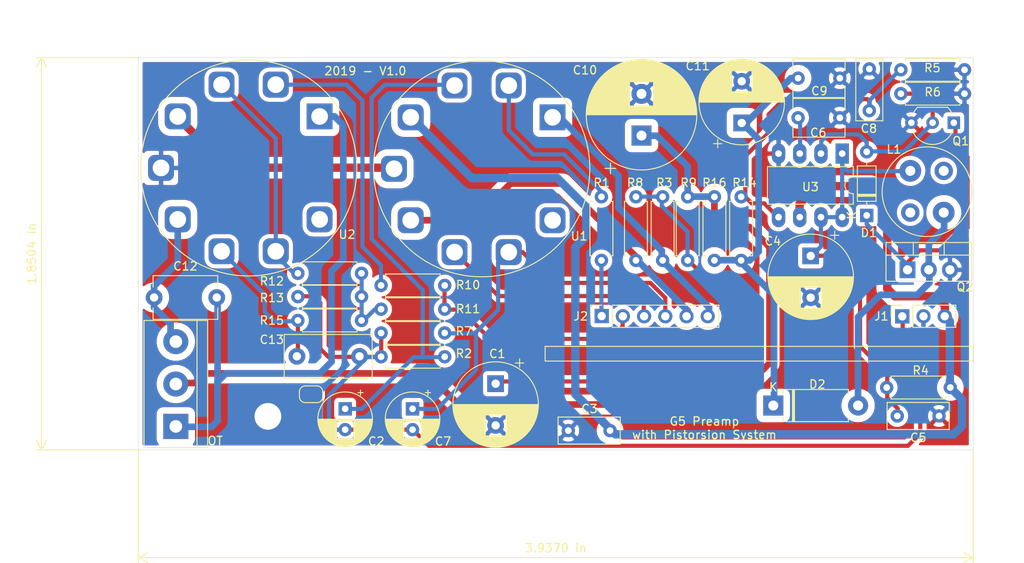
<source format=kicad_pcb>
(kicad_pcb (version 20171130) (host pcbnew "(5.1.0)-1")
  (layers (0 F.Cu signal) (31 B.Cu signal) (34 B.Paste user) (35 F.Paste user) (36 B.SilkS user) (37 F.SilkS user) (38 B.Mask user) (39 F.Mask user) (44 Edge.Cuts user))
  (net 0 "")
  (net 1 "Net-(C1-Pad1)")
  (net 2 GNDS)
  (net 3 "Net-(C2-Pad1)")
  (net 4 /DC_IN)
  (net 5 /PEAK)
  (net 6 "Net-(C6-Pad1)")
  (net 7 "Net-(C8-Pad1)")
  (net 8 /HT2)
  (net 9 "Net-(C13-Pad1)")
  (net 10 "Net-(D1-Pad2)")
  (net 11 "Net-(D1-Pad1)")
  (net 12 /HT1)
  (net 13 "Net-(R1-Pad1)")
  (net 14 "Net-(R10-Pad1)")
  (net 15 "Net-(R11-Pad1)")
  (net 16 "Net-(R12-Pad1)")
  (net 17 /A_V1A)
  (net 18 /A_V1B)
  (net 19 /A+)
  (net 20 /A_V2A)
  (net 21 /A_V2B)
  (net 22 /HEATER2)
  (net 23 /K_V1B)
  (net 24 /IN)
  (net 25 /G_V2)
  (net 26 /G_V1B)
  (net 27 GNDREF)
  (module ProjectLib:L_Radial_D10.5mm_P5.00mm_MuRATA_1200RS (layer F.Cu) (at 122.46 66.57)
    (fp_text reference L1 (at -1.96 -2.57) (layer F.SilkS))
    (fp_text value 220µH/1.5A)
    (pad 2 thru_hole circle (at 4 5) (size 2.6 2.6) (drill 1.2) (layers *.Cu *.Mask) (net 12 /HT1))
    (pad 1 thru_hole circle (at 0 0) (size 2.6 2.6) (drill 1.2) (layers *.Cu *.Mask) (net 5 /PEAK))
    (pad "" thru_hole circle (at 0 5) (size 2.2 2.2) (drill 1.2) (layers *.Cu *.Mask))
    (pad "" thru_hole circle (at 4 0) (size 2.2 2.2) (drill 1.2) (layers *.Cu *.Mask))
  )
  (module ProjectLib:Valve_Noval-B9A_Belton-VT9-PT_Socket (layer F.Cu) (at 79.62 60.15 270)
    (fp_text reference U1 (at 14.25 -3.18) (layer F.SilkS))
    (fp_text value ECC83)
    (pad 9 thru_hole roundrect (at 12.34 0 270) (size 3.1 3.1) (drill 2) (layers *.Cu *.Mask))
    (pad 8 thru_hole roundrect (at 16.16 5.25 270) (size 3.1 3.1) (drill 2) (layers *.Cu *.Mask) (net 23 /K_V1B))
    (pad 7 thru_hole roundrect (at 16.16 11.74 270) (size 3.1 3.1) (drill 2) (layers *.Cu *.Mask) (net 26 /G_V1B))
    (pad 6 thru_hole roundrect (at 12.34 16.99 270) (size 3.1 3.1) (drill 2) (layers *.Cu *.Mask) (net 18 /A_V1B))
    (pad 5 thru_hole roundrect (at 6.17 18.99 270) (size 3.1 3.1) (drill 2) (layers *.Cu *.Mask) (net 22 /HEATER2))
    (pad 4 thru_hole roundrect (at 0 16.99 270) (size 3.1 3.1) (drill 2) (layers *.Cu *.Mask) (net 4 /DC_IN))
    (pad 3 thru_hole roundrect (at -3.81 11.74 270) (size 3.1 3.1) (drill 2) (layers *.Cu *.Mask) (net 3 "Net-(C2-Pad1)"))
    (pad 2 thru_hole roundrect (at -3.81 5.25 270) (size 3.1 3.1) (drill 2) (layers *.Cu *.Mask) (net 13 "Net-(R1-Pad1)"))
    (pad 1 thru_hole rect (at 0 0 270) (size 3.1 3.1) (drill 2) (layers *.Cu *.Mask) (net 17 /A_V1A))
  )
  (module ProjectLib:Valve_Noval-B9A_Belton-VT9-PT_Socket (layer F.Cu) (at 51.72 60.05 270)
    (fp_text reference U2 (at 14.15 -3.28) (layer F.SilkS))
    (fp_text value ECC83)
    (pad 9 thru_hole roundrect (at 12.34 0 270) (size 3.1 3.1) (drill 2) (layers *.Cu *.Mask))
    (pad 8 thru_hole roundrect (at 16.16 5.25 270) (size 3.1 3.1) (drill 2) (layers *.Cu *.Mask) (net 16 "Net-(R12-Pad1)"))
    (pad 7 thru_hole roundrect (at 16.16 11.74 270) (size 3.1 3.1) (drill 2) (layers *.Cu *.Mask) (net 9 "Net-(C13-Pad1)"))
    (pad 6 thru_hole roundrect (at 12.34 16.99 270) (size 3.1 3.1) (drill 2) (layers *.Cu *.Mask) (net 20 /A_V2A))
    (pad 5 thru_hole roundrect (at 6.17 18.99 270) (size 3.1 3.1) (drill 2) (layers *.Cu *.Mask) (net 27 GNDREF))
    (pad 4 thru_hole roundrect (at 0 16.99 270) (size 3.1 3.1) (drill 2) (layers *.Cu *.Mask) (net 22 /HEATER2))
    (pad 3 thru_hole roundrect (at -3.81 11.74 270) (size 3.1 3.1) (drill 2) (layers *.Cu *.Mask) (net 16 "Net-(R12-Pad1)"))
    (pad 2 thru_hole roundrect (at -3.81 5.25 270) (size 3.1 3.1) (drill 2) (layers *.Cu *.Mask) (net 14 "Net-(R10-Pad1)"))
    (pad 1 thru_hole rect (at 0 0 270) (size 3.1 3.1) (drill 2) (layers *.Cu *.Mask) (net 21 /A_V2B))
  )
  (module Jumper:SolderJumper-2_P1.3mm_Bridged_RoundedPad1.0x1.5mm (layer F.Cu) (at 50.7 93.35)
    (fp_text reference JP1 hide)
    (fp_text value Jumper)
    (fp_poly (pts (xy 0.25 -0.3) (xy -0.25 -0.3) (xy -0.25 0.3) (xy 0.25 0.3)) (layer F.Cu) (width 0))
    (pad 1 smd custom (at -0.65 0) (size 1 0.5) (layers F.Cu F.Mask) (net 27 GNDREF) (options (clearance outline) (anchor rect)) (primitives (gr_circle (center 0 0.25) (end 0.5 0.25) (width 0)) (gr_circle (center 0 -0.25) (end 0.5 -0.25) (width 0)) (gr_poly (pts (xy 0 -0.75) (xy 0.5 -0.75) (xy 0.5 0.75) (xy 0 0.75)) (width 0))))
    (pad 2 smd custom (at 0.65 0) (size 1 0.5) (layers F.Cu F.Mask) (net 2 GNDS) (options (clearance outline) (anchor rect)) (primitives (gr_circle (center 0 0.25) (end 0.5 0.25) (width 0)) (gr_circle (center 0 -0.25) (end 0.5 -0.25) (width 0)) (gr_poly (pts (xy 0 -0.75) (xy -0.5 -0.75) (xy -0.5 0.75) (xy 0 0.75)) (width 0))))
  )
  (module Capacitor_THT:C_Disc_D6.0mm_W4.4mm_P5.00mm (layer F.Cu) (at 109.02 60.21)
    (fp_text reference C6 (at 2.42 1.79) (layer F.SilkS))
    (fp_text value 470p)
    (pad 1 thru_hole circle (at 0 0) (size 1.6 1.6) (drill 0.8) (layers *.Cu *.Mask) (net 6 "Net-(C6-Pad1)"))
    (pad 2 thru_hole circle (at 5 0) (size 1.6 1.6) (drill 0.8) (layers *.Cu *.Mask) (net 27 GNDREF))
  )
  (module Capacitor_THT:C_Disc_D6.0mm_W4.4mm_P5.00mm (layer F.Cu) (at 109.02 55.46)
    (fp_text reference C9 (at 2.55 1.54 180) (layer F.SilkS))
    (fp_text value 10n/400V)
    (pad 2 thru_hole circle (at 5 0) (size 1.6 1.6) (drill 0.8) (layers *.Cu *.Mask) (net 27 GNDREF))
    (pad 1 thru_hole circle (at 0 0) (size 1.6 1.6) (drill 0.8) (layers *.Cu *.Mask) (net 8 /HT2))
  )
  (module Capacitor_THT:C_Rect_L10.3mm_W5.0mm_P7.50mm_MKS4 (layer F.Cu) (at 49 88.8)
    (fp_text reference C13 (at -3 -2 -180) (layer F.SilkS))
    (fp_text value 100n)
    (pad 2 thru_hole circle (at 7.5 0) (size 2 2) (drill 1) (layers *.Cu *.Mask) (net 2 GNDS))
    (pad 1 thru_hole circle (at 0 0) (size 2 2) (drill 1) (layers *.Cu *.Mask) (net 9 "Net-(C13-Pad1)"))
  )
  (module Capacitor_THT:C_Rect_L7.2mm_W3.0mm_P5.00mm_FKS2_FKP2_MKS2_MKP2 (layer F.Cu) (at 120.9 95.95)
    (fp_text reference C5 (at 2.52 2.6) (layer F.SilkS))
    (fp_text value 100n)
    (pad 2 thru_hole circle (at 5 0) (size 1.6 1.6) (drill 0.8) (layers *.Cu *.Mask) (net 27 GNDREF))
    (pad 1 thru_hole circle (at 0 0) (size 1.6 1.6) (drill 0.8) (layers *.Cu *.Mask) (net 5 /PEAK))
  )
  (module Capacitor_THT:C_Rect_L7.2mm_W3.0mm_P5.00mm_FKS2_FKP2_MKS2_MKP2 (layer F.Cu) (at 117.55 59.35 90)
    (fp_text reference C8 (at -2.15 -0.05 180) (layer F.SilkS))
    (fp_text value 100n)
    (pad 2 thru_hole circle (at 5 0 90) (size 1.6 1.6) (drill 0.8) (layers *.Cu *.Mask) (net 27 GNDREF))
    (pad 1 thru_hole circle (at 0 0 90) (size 1.6 1.6) (drill 0.8) (layers *.Cu *.Mask) (net 7 "Net-(C8-Pad1)"))
  )
  (module Capacitor_THT:C_Rect_L7.2mm_W3.0mm_P5.00mm_FKS2_FKP2_MKS2_MKP2 (layer F.Cu) (at 86.5 97.7 180)
    (fp_text reference C3 (at 2.46 2.6 180) (layer F.SilkS))
    (fp_text value 100n)
    (pad 2 thru_hole circle (at 5 0 180) (size 1.6 1.6) (drill 0.8) (layers *.Cu *.Mask) (net 27 GNDREF))
    (pad 1 thru_hole circle (at 0 0 180) (size 1.6 1.6) (drill 0.8) (layers *.Cu *.Mask) (net 4 /DC_IN))
  )
  (module Capacitor_THT:CP_Radial_D10.0mm_P5.00mm (layer F.Cu) (at 72.8 92.08 270)
    (fp_text reference C1 (at -3.58 -0.2) (layer F.SilkS))
    (fp_text value 10µF/350v)
    (pad 1 thru_hole rect (at 0 0 270) (size 2 2) (drill 1) (layers *.Cu *.Mask) (net 1 "Net-(C1-Pad1)"))
    (pad 2 thru_hole circle (at 5 0 270) (size 2 2) (drill 1) (layers *.Cu *.Mask) (net 27 GNDREF))
  )
  (module Capacitor_THT:CP_Radial_D10.0mm_P5.00mm (layer F.Cu) (at 110.53 76.77 270)
    (fp_text reference C4 (at -1.77 4.53) (layer F.SilkS))
    (fp_text value 470µ)
    (pad 1 thru_hole rect (at 0 0 270) (size 2 2) (drill 1) (layers *.Cu *.Mask) (net 5 /PEAK))
    (pad 2 thru_hole circle (at 5 0 270) (size 2 2) (drill 1) (layers *.Cu *.Mask) (net 27 GNDREF))
  )
  (module Capacitor_THT:CP_Radial_D6.3mm_P2.50mm (layer F.Cu) (at 62.85 95.09 270)
    (fp_text reference C7 (at 3.91 -3.65) (layer F.SilkS))
    (fp_text value 1µF/25v)
    (pad 2 thru_hole circle (at 2.5 0 270) (size 1.6 1.6) (drill 0.8) (layers *.Cu *.Mask) (net 2 GNDS))
    (pad 1 thru_hole rect (at 0 0 270) (size 1.6 1.6) (drill 0.8) (layers *.Cu *.Mask) (net 23 /K_V1B))
  )
  (module Capacitor_THT:CP_Radial_D10.0mm_P5.00mm (layer F.Cu) (at 102.27 60.83 90)
    (fp_text reference C11 (at 6.83 -5.27 180) (layer F.SilkS))
    (fp_text value 4.7µ/350V)
    (pad 2 thru_hole circle (at 5 0 90) (size 2 2) (drill 1) (layers *.Cu *.Mask) (net 27 GNDREF))
    (pad 1 thru_hole rect (at 0 0 90) (size 2 2) (drill 1) (layers *.Cu *.Mask) (net 8 /HT2))
  )
  (module Capacitor_THT:C_Disc_D7.5mm_W5.0mm_P7.50mm (layer F.Cu) (at 31.9 81.75)
    (fp_text reference C12 (at 3.75 -3.75) (layer F.SilkS))
    (fp_text value 100pF)
    (pad 1 thru_hole circle (at 0 0) (size 2 2) (drill 1) (layers *.Cu *.Mask) (net 20 /A_V2A))
    (pad 2 thru_hole circle (at 7.5 0) (size 2 2) (drill 1) (layers *.Cu *.Mask) (net 21 /A_V2B))
  )
  (module Diode_THT:D_DO-35_SOD27_P7.62mm_Horizontal (layer F.Cu) (at 117.24 71.91 90)
    (fp_text reference D1 (at -2.09 0.26 180) (layer F.SilkS))
    (fp_text value 1N4148)
    (fp_text user K (at 0 -1.8 90) (layer F.SilkS))
    (pad 1 thru_hole rect (at 0 0 90) (size 1.6 1.6) (drill 0.8) (layers *.Cu *.Mask) (net 11 "Net-(D1-Pad1)"))
    (pad 2 thru_hole oval (at 7.62 0 90) (size 1.6 1.6) (drill 0.8) (layers *.Cu *.Mask) (net 10 "Net-(D1-Pad2)"))
  )
  (module Diode_THT:D_DO-15_P10.16mm_Horizontal (layer F.Cu) (at 106.05 94.7)
    (fp_text reference D2 (at 5.27 -2.54) (layer F.SilkS))
    (fp_text value BYV26)
    (fp_text user K (at 0 -2.2) (layer F.SilkS))
    (pad 1 thru_hole rect (at 0 0) (size 2.4 2.4) (drill 1.2) (layers *.Cu *.Mask) (net 8 /HT2))
    (pad 2 thru_hole oval (at 10.16 0) (size 2.4 2.4) (drill 1.2) (layers *.Cu *.Mask) (net 12 /HT1))
  )
  (module Package_TO_SOT_THT:TO-92_Inline_Wide (layer F.Cu) (at 127.67 60.8 180)
    (fp_text reference Q1 (at -0.83 -2.2 180) (layer F.SilkS))
    (fp_text value MPS751)
    (pad 2 thru_hole circle (at 2.54 0 270) (size 1.5 1.5) (drill 0.8) (layers *.Cu *.Mask) (net 10 "Net-(D1-Pad2)"))
    (pad 3 thru_hole circle (at 5.08 0 270) (size 1.5 1.5) (drill 0.8) (layers *.Cu *.Mask) (net 27 GNDREF))
    (pad 1 thru_hole rect (at 0 0 270) (size 1.5 1.5) (drill 0.8) (layers *.Cu *.Mask) (net 11 "Net-(D1-Pad1)"))
  )
  (module Package_TO_SOT_THT:TO-220-3_Vertical (layer F.Cu) (at 122.13 78.43)
    (fp_text reference Q2 (at 6.87 2.07 180) (layer F.SilkS))
    (fp_text value IRF740)
    (pad 1 thru_hole rect (at 0 0) (size 1.905 2) (drill 1.1) (layers *.Cu *.Mask) (net 11 "Net-(D1-Pad1)"))
    (pad 2 thru_hole oval (at 2.54 0) (size 1.905 2) (drill 1.1) (layers *.Cu *.Mask) (net 12 /HT1))
    (pad 3 thru_hole oval (at 5.08 0) (size 1.905 2) (drill 1.1) (layers *.Cu *.Mask) (net 27 GNDREF))
  )
  (module Resistor_THT:R_Axial_DIN0207_L6.3mm_D2.5mm_P7.62mm_Horizontal (layer F.Cu) (at 85.47 69.68 270)
    (fp_text reference R1 (at -1.68 -0.03) (layer F.SilkS))
    (fp_text value 33k)
    (pad 1 thru_hole circle (at 0 0 270) (size 1.6 1.6) (drill 0.8) (layers *.Cu *.Mask) (net 13 "Net-(R1-Pad1)"))
    (pad 2 thru_hole oval (at 7.62 0 270) (size 1.6 1.6) (drill 0.8) (layers *.Cu *.Mask) (net 24 /IN))
  )
  (module Resistor_THT:R_Axial_DIN0207_L6.3mm_D2.5mm_P7.62mm_Horizontal (layer F.Cu) (at 66.7 88.85 180)
    (fp_text reference R2 (at -2.3 0.38 180) (layer F.SilkS))
    (fp_text value 1.8k)
    (pad 2 thru_hole oval (at 7.62 0 180) (size 1.6 1.6) (drill 0.8) (layers *.Cu *.Mask) (net 2 GNDS))
    (pad 1 thru_hole circle (at 0 0 180) (size 1.6 1.6) (drill 0.8) (layers *.Cu *.Mask) (net 3 "Net-(C2-Pad1)"))
  )
  (module Resistor_THT:R_Axial_DIN0207_L6.3mm_D2.5mm_P7.62mm_Horizontal (layer F.Cu) (at 92.8 69.68 270)
    (fp_text reference R3 (at -1.68 -0.2) (layer F.SilkS))
    (fp_text value 120k)
    (pad 1 thru_hole circle (at 0 0 270) (size 1.6 1.6) (drill 0.8) (layers *.Cu *.Mask) (net 1 "Net-(C1-Pad1)"))
    (pad 2 thru_hole oval (at 7.62 0 270) (size 1.6 1.6) (drill 0.8) (layers *.Cu *.Mask) (net 17 /A_V1A))
  )
  (module Resistor_THT:R_Axial_DIN0207_L6.3mm_D2.5mm_P7.62mm_Horizontal (layer F.Cu) (at 127.25 92.54 180)
    (fp_text reference R4 (at 3.55 2.04 180) (layer F.SilkS))
    (fp_text value 0.22R)
    (pad 2 thru_hole oval (at 7.62 0 180) (size 1.6 1.6) (drill 0.8) (layers *.Cu *.Mask) (net 5 /PEAK))
    (pad 1 thru_hole circle (at 0 0 180) (size 1.6 1.6) (drill 0.8) (layers *.Cu *.Mask) (net 4 /DC_IN))
  )
  (module Resistor_THT:R_Axial_DIN0207_L6.3mm_D2.5mm_P7.62mm_Horizontal (layer F.Cu) (at 121.33 54.46)
    (fp_text reference R5 (at 3.77 -0.22) (layer F.SilkS))
    (fp_text value 1.8k)
    (pad 1 thru_hole circle (at 0 0) (size 1.6 1.6) (drill 0.8) (layers *.Cu *.Mask) (net 7 "Net-(C8-Pad1)"))
    (pad 2 thru_hole oval (at 7.62 0) (size 1.6 1.6) (drill 0.8) (layers *.Cu *.Mask) (net 27 GNDREF))
  )
  (module Resistor_THT:R_Axial_DIN0207_L6.3mm_D2.5mm_P7.62mm_Horizontal (layer F.Cu) (at 121.33 57.32)
    (fp_text reference R6 (at 3.81 -0.19) (layer F.SilkS))
    (fp_text value 1k)
    (pad 1 thru_hole circle (at 0 0) (size 1.6 1.6) (drill 0.8) (layers *.Cu *.Mask) (net 10 "Net-(D1-Pad2)"))
    (pad 2 thru_hole oval (at 7.62 0) (size 1.6 1.6) (drill 0.8) (layers *.Cu *.Mask) (net 27 GNDREF))
  )
  (module Resistor_THT:R_Axial_DIN0207_L6.3mm_D2.5mm_P7.62mm_Horizontal (layer F.Cu) (at 66.7 86 180)
    (fp_text reference R7 (at -2.3 0.203332 180) (layer F.SilkS))
    (fp_text value 1.8k)
    (pad 2 thru_hole oval (at 7.62 0 180) (size 1.6 1.6) (drill 0.8) (layers *.Cu *.Mask) (net 2 GNDS))
    (pad 1 thru_hole circle (at 0 0 180) (size 1.6 1.6) (drill 0.8) (layers *.Cu *.Mask) (net 23 /K_V1B))
  )
  (module Resistor_THT:R_Axial_DIN0207_L6.3mm_D2.5mm_P7.62mm_Horizontal (layer F.Cu) (at 89.6 69.68 270)
    (fp_text reference R8 (at -1.68 0.1) (layer F.SilkS))
    (fp_text value 100k)
    (pad 1 thru_hole circle (at 0 0 270) (size 1.6 1.6) (drill 0.8) (layers *.Cu *.Mask) (net 1 "Net-(C1-Pad1)"))
    (pad 2 thru_hole oval (at 7.62 0 270) (size 1.6 1.6) (drill 0.8) (layers *.Cu *.Mask) (net 18 /A_V1B))
  )
  (module Resistor_THT:R_Axial_DIN0207_L6.3mm_D2.5mm_P7.62mm_Horizontal (layer F.Cu) (at 95.8 69.68 270)
    (fp_text reference R9 (at -1.68 -0.1) (layer F.SilkS))
    (fp_text value 1k)
    (pad 1 thru_hole circle (at 0 0 270) (size 1.6 1.6) (drill 0.8) (layers *.Cu *.Mask) (net 19 /A+))
    (pad 2 thru_hole oval (at 7.62 0 270) (size 1.6 1.6) (drill 0.8) (layers *.Cu *.Mask) (net 1 "Net-(C1-Pad1)"))
  )
  (module Resistor_THT:R_Axial_DIN0207_L6.3mm_D2.5mm_P7.62mm_Horizontal (layer F.Cu) (at 59.08 80.3)
    (fp_text reference R10 (at 10.42 -0.05) (layer F.SilkS))
    (fp_text value 10k)
    (pad 2 thru_hole oval (at 7.62 0) (size 1.6 1.6) (drill 0.8) (layers *.Cu *.Mask) (net 25 /G_V2))
    (pad 1 thru_hole circle (at 0 0) (size 1.6 1.6) (drill 0.8) (layers *.Cu *.Mask) (net 14 "Net-(R10-Pad1)"))
  )
  (module Resistor_THT:R_Axial_DIN0207_L6.3mm_D2.5mm_P7.62mm_Horizontal (layer F.Cu) (at 59.08 83.15)
    (fp_text reference R11 (at 10.42 -0.026666) (layer F.SilkS))
    (fp_text value 1M)
    (pad 1 thru_hole circle (at 0 0) (size 1.6 1.6) (drill 0.8) (layers *.Cu *.Mask) (net 15 "Net-(R11-Pad1)"))
    (pad 2 thru_hole oval (at 7.62 0) (size 1.6 1.6) (drill 0.8) (layers *.Cu *.Mask) (net 25 /G_V2))
  )
  (module Resistor_THT:R_Axial_DIN0207_L6.3mm_D2.5mm_P7.62mm_Horizontal (layer F.Cu) (at 49.12 78.85)
    (fp_text reference R12 (at -3.12 0.95) (layer F.SilkS))
    (fp_text value 1k)
    (pad 2 thru_hole oval (at 7.62 0) (size 1.6 1.6) (drill 0.8) (layers *.Cu *.Mask) (net 15 "Net-(R11-Pad1)"))
    (pad 1 thru_hole circle (at 0 0) (size 1.6 1.6) (drill 0.8) (layers *.Cu *.Mask) (net 16 "Net-(R12-Pad1)"))
  )
  (module Resistor_THT:R_Axial_DIN0207_L6.3mm_D2.5mm_P7.62mm_Horizontal (layer F.Cu) (at 56.74 81.65 180)
    (fp_text reference R13 (at 10.74 -0.15 180) (layer F.SilkS))
    (fp_text value 47k)
    (pad 1 thru_hole circle (at 0 0 180) (size 1.6 1.6) (drill 0.8) (layers *.Cu *.Mask) (net 15 "Net-(R11-Pad1)"))
    (pad 2 thru_hole oval (at 7.62 0 180) (size 1.6 1.6) (drill 0.8) (layers *.Cu *.Mask) (net 2 GNDS))
  )
  (module Resistor_THT:R_Axial_DIN0207_L6.3mm_D2.5mm_P7.62mm_Horizontal (layer F.Cu) (at 102.2 77.3 90)
    (fp_text reference R14 (at 9.3 0.4 180) (layer F.SilkS))
    (fp_text value 430k)
    (pad 2 thru_hole oval (at 7.62 0 90) (size 1.6 1.6) (drill 0.8) (layers *.Cu *.Mask) (net 7 "Net-(C8-Pad1)"))
    (pad 1 thru_hole circle (at 0 0 90) (size 1.6 1.6) (drill 0.8) (layers *.Cu *.Mask) (net 8 /HT2))
  )
  (module Resistor_THT:R_Axial_DIN0207_L6.3mm_D2.5mm_P7.62mm_Horizontal (layer F.Cu) (at 49.12 84.5)
    (fp_text reference R15 (at -3.12 0) (layer F.SilkS))
    (fp_text value 1M)
    (pad 2 thru_hole oval (at 7.62 0) (size 1.6 1.6) (drill 0.8) (layers *.Cu *.Mask) (net 15 "Net-(R11-Pad1)"))
    (pad 1 thru_hole circle (at 0 0) (size 1.6 1.6) (drill 0.8) (layers *.Cu *.Mask) (net 9 "Net-(C13-Pad1)"))
  )
  (module Resistor_THT:R_Axial_DIN0207_L6.3mm_D2.5mm_P7.62mm_Horizontal (layer F.Cu) (at 99 77.3 90)
    (fp_text reference R16 (at 9.3 0 180) (layer F.SilkS))
    (fp_text value 1k)
    (pad 2 thru_hole oval (at 7.62 0 90) (size 1.6 1.6) (drill 0.8) (layers *.Cu *.Mask) (net 19 /A+))
    (pad 1 thru_hole circle (at 0 0 90) (size 1.6 1.6) (drill 0.8) (layers *.Cu *.Mask) (net 8 /HT2))
  )
  (module Package_DIP:DIP-8_W7.62mm_LongPads (layer F.Cu) (at 114.3 64.5 270)
    (fp_text reference U3 (at 4 3.8 180) (layer F.SilkS))
    (fp_text value MC34063AP)
    (pad 1 thru_hole rect (at 0 0 270) (size 2.4 1.6) (drill 0.8) (layers *.Cu *.Mask) (net 5 /PEAK))
    (pad 5 thru_hole oval (at 7.62 7.62 270) (size 2.4 1.6) (drill 0.8) (layers *.Cu *.Mask) (net 7 "Net-(C8-Pad1)"))
    (pad 2 thru_hole oval (at 0 2.54 270) (size 2.4 1.6) (drill 0.8) (layers *.Cu *.Mask) (net 10 "Net-(D1-Pad2)"))
    (pad 6 thru_hole oval (at 7.62 5.08 270) (size 2.4 1.6) (drill 0.8) (layers *.Cu *.Mask) (net 4 /DC_IN))
    (pad 3 thru_hole oval (at 0 5.08 270) (size 2.4 1.6) (drill 0.8) (layers *.Cu *.Mask) (net 6 "Net-(C6-Pad1)"))
    (pad 7 thru_hole oval (at 7.62 2.54 270) (size 2.4 1.6) (drill 0.8) (layers *.Cu *.Mask) (net 5 /PEAK))
    (pad 4 thru_hole oval (at 0 7.62 270) (size 2.4 1.6) (drill 0.8) (layers *.Cu *.Mask) (net 27 GNDREF))
    (pad 8 thru_hole oval (at 7.62 0 270) (size 2.4 1.6) (drill 0.8) (layers *.Cu *.Mask) (net 5 /PEAK))
  )
  (module Capacitor_THT:CP_Radial_D6.3mm_P2.50mm (layer F.Cu) (at 54.78 95.09 270)
    (fp_text reference C2 (at 3.91 -3.72) (layer F.SilkS))
    (fp_text value 22µF/25v)
    (pad 1 thru_hole rect (at 0 0 270) (size 1.6 1.6) (drill 0.8) (layers *.Cu *.Mask) (net 3 "Net-(C2-Pad1)"))
    (pad 2 thru_hole circle (at 2.5 0 270) (size 1.6 1.6) (drill 0.8) (layers *.Cu *.Mask) (net 2 GNDS))
  )
  (module Capacitor_THT:CP_Radial_D13.0mm_P5.00mm (layer F.Cu) (at 90.27 62.34 90)
    (fp_text reference C10 (at 7.84 -6.77 180) (layer F.SilkS))
    (fp_text value 22µF/350v)
    (pad 1 thru_hole rect (at 0 0 90) (size 2.4 2.4) (drill 1.2) (layers *.Cu *.Mask) (net 19 /A+))
    (pad 2 thru_hole circle (at 5 0 90) (size 2.4 2.4) (drill 1.2) (layers *.Cu *.Mask) (net 27 GNDREF))
  )
  (module TerminalBlock:TerminalBlock_bornier-3_P5.08mm (layer F.Cu) (at 34.5 97.2 90)
    (fp_text reference OT (at -1.73 4.72 180) (layer F.SilkS))
    (fp_text value OT)
    (pad 1 thru_hole rect (at 0 0 90) (size 3 3) (drill 1.52) (layers *.Cu *.Mask) (net 21 /A_V2B))
    (pad 2 thru_hole circle (at 5.08 0 90) (size 3 3) (drill 1.52) (layers *.Cu *.Mask) (net 19 /A+))
    (pad 3 thru_hole circle (at 10.16 0 90) (size 3 3) (drill 1.52) (layers *.Cu *.Mask) (net 20 /A_V2A))
  )
  (module Connector_PinSocket_2.54mm:PinSocket_1x03_P2.54mm_Vertical (layer F.Cu) (at 121.5 84 90)
    (fp_text reference J1 (at 0 -2.5 180) (layer F.SilkS))
    (fp_text value PSU_TUBE)
    (pad 1 thru_hole rect (at -0.01 0 90) (size 1.7 1.7) (drill 1) (layers *.Cu *.Mask) (net 2 GNDS))
    (pad 2 thru_hole oval (at 0 2.54 90) (size 1.7 1.7) (drill 1) (layers *.Cu *.Mask) (net 27 GNDREF))
    (pad 3 thru_hole oval (at 0 5.08 90) (size 1.7 1.7) (drill 1) (layers *.Cu *.Mask) (net 4 /DC_IN))
  )
  (module Connector_PinSocket_2.54mm:PinSocket_1x06_P2.54mm_Vertical (layer F.Cu) (at 85.5 84 90)
    (fp_text reference J2 (at 0 -2.5 180) (layer F.SilkS))
    (fp_text value PCB_TUBE)
    (pad 1 thru_hole rect (at 0.02 0 90) (size 1.7 1.7) (drill 1) (layers *.Cu *.Mask) (net 24 /IN))
    (pad 2 thru_hole oval (at 0 2.54 90) (size 1.7 1.7) (drill 1) (layers *.Cu *.Mask) (net 25 /G_V2))
    (pad 3 thru_hole oval (at 0 5.08 90) (size 1.7 1.7) (drill 1) (layers *.Cu *.Mask) (net 26 /G_V1B))
    (pad 4 thru_hole oval (at 0 7.62 90) (size 1.7 1.7) (drill 1) (layers *.Cu *.Mask) (net 23 /K_V1B))
    (pad 5 thru_hole oval (at 0 10.16 90) (size 1.7 1.7) (drill 1) (layers *.Cu *.Mask) (net 18 /A_V1B))
    (pad 6 thru_hole oval (at 0 12.7 90) (size 1.7 1.7) (drill 1) (layers *.Cu *.Mask) (net 17 /A_V1A))
  )
  (gr_text "2019 - V1.0" (at 57.2 54.6) (layer F.SilkS) (effects (font (size 1 1))))
  (gr_text "G5 Preamp\nwith Pistorsion System" (at 97.8 97.4) (layer F.SilkS) (effects (font (size 1 1))))
  (dimension 100 (width 0.12) (layer F.SilkS) (gr_text "100,000 mm" (at 80 114.2) (layer F.SilkS) (effects (font (size 1 1) (thickness 0.15)))) (feature1 (pts (xy 130 100) (xy 130 113.516421))) (feature2 (pts (xy 30 100) (xy 30 113.516421))) (crossbar (pts (xy 30 112.93) (xy 130 112.93))) (arrow1a (pts (xy 130 112.93) (xy 128.873496 113.516421))) (arrow1b (pts (xy 130 112.93) (xy 128.873496 112.343579))) (arrow2a (pts (xy 30 112.93) (xy 31.126504 113.516421))) (arrow2b (pts (xy 30 112.93) (xy 31.126504 112.343579))))
  (dimension 47 (width 0.12) (layer F.SilkS) (gr_text "47,000 mm" (at 17.14 76.5 270) (layer F.SilkS) (effects (font (size 1 1) (thickness 0.15)))) (feature1 (pts (xy 30 100) (xy 17.823579 100))) (feature2 (pts (xy 30 53) (xy 17.823579 53))) (crossbar (pts (xy 18.41 53) (xy 18.41 100))) (arrow1a (pts (xy 18.41 100) (xy 17.823579 98.873496))) (arrow1b (pts (xy 18.41 100) (xy 18.996421 98.873496))) (arrow2a (pts (xy 18.41 53) (xy 17.823579 54.126504))) (arrow2b (pts (xy 18.41 53) (xy 18.996421 54.126504))))
  (gr_line (start 80.01 87.61) (end 78.73 87.61) (layer F.SilkS) (width 0.12))
  (gr_line (start 130 87.61) (end 130 89.36) (layer F.SilkS) (width 0.12))
  (gr_line (start 80 87.61) (end 129.99 87.61) (layer F.SilkS) (width 0.12))
  (gr_line (start 78.73 87.61) (end 78.73 89.37) (layer F.SilkS) (width 0.12))
  (gr_line (start 129.99 89.37) (end 78.74 89.37) (layer F.SilkS) (width 0.12))
  (gr_line (start 30 100) (end 30 53) (layer Edge.Cuts) (width 0.05))
  (gr_line (start 130 100) (end 30 100) (layer Edge.Cuts) (width 0.05))
  (gr_line (start 130 53) (end 130 100) (layer Edge.Cuts) (width 0.05))
  (gr_line (start 30 53) (end 130 53) (layer Edge.Cuts) (width 0.05))
  (segment (start 89.618333 69.66) (end 92.66 69.66) (width 0.5) (layer B.Cu) (net 1))
  (segment (start 92.696666 70.79137) (end 95.78 73.874704) (width 0.5) (layer B.Cu) (net 1))
  (segment (start 92.696666 69.66) (end 92.696666 70.79137) (width 0.5) (layer B.Cu) (net 1))
  (segment (start 95.78 73.874704) (end 95.78 77.27) (width 0.5) (layer B.Cu) (net 1))
  (segment (start 98.37 79.8) (end 95.84 77.27) (width 0.5) (layer F.Cu) (net 1))
  (segment (start 72.84 91.81) (end 98.79 91.81) (width 0.5) (layer F.Cu) (net 1))
  (segment (start 72.8 91.85) (end 72.84 91.81) (width 0.5) (layer F.Cu) (net 1))
  (segment (start 98.79 91.81) (end 102.9 87.7) (width 0.5) (layer F.Cu) (net 1))
  (segment (start 102.9 87.7) (end 102.9 81.53) (width 0.5) (layer F.Cu) (net 1))
  (segment (start 102.9 81.53) (end 101.17 79.8) (width 0.5) (layer F.Cu) (net 1))
  (segment (start 101.17 79.8) (end 98.37 79.8) (width 0.5) (layer F.Cu) (net 1))
  (segment (start 53.45 97.6) (end 54.8 97.6) (width 0.5) (layer B.Cu) (net 2))
  (segment (start 59.1 88.865458) (end 59.1 86.05) (width 0.5) (layer F.Cu) (net 2))
  (segment (start 52.55 88.65) (end 52.765458 88.865458) (width 0.5) (layer F.Cu) (net 2))
  (segment (start 52.765458 88.865458) (end 59.1 88.865458) (width 0.5) (layer F.Cu) (net 2))
  (segment (start 51.35 93.35) (end 51.35 96.7) (width 0.5) (layer F.Cu) (net 2))
  (segment (start 51.35 96.7) (end 52.25 97.6) (width 0.5) (layer F.Cu) (net 2))
  (segment (start 52.25 97.6) (end 54.8 97.6) (width 0.5) (layer F.Cu) (net 2))
  (segment (start 52.85 97) (end 53.45 97.6) (width 0.5) (layer B.Cu) (net 2))
  (segment (start 52.85 93.45) (end 52.85 97) (width 0.5) (layer B.Cu) (net 2))
  (segment (start 59 88.9) (end 57.4 88.9) (width 0.5) (layer B.Cu) (net 2))
  (segment (start 57.4 88.9) (end 52.85 93.45) (width 0.5) (layer B.Cu) (net 2))
  (segment (start 121.55 86.3) (end 121.55 83.95) (width 0.5) (layer F.Cu) (net 2))
  (segment (start 123.650745 88.400745) (end 121.55 86.3) (width 0.5) (layer F.Cu) (net 2))
  (segment (start 55.91137 97.59) (end 55.914653 97.586717) (width 0.5) (layer F.Cu) (net 2))
  (segment (start 55.914653 97.586717) (end 62.886717 97.586717) (width 0.5) (layer F.Cu) (net 2))
  (segment (start 54.78 97.59) (end 55.91137 97.59) (width 0.5) (layer F.Cu) (net 2))
  (segment (start 62.886717 97.586717) (end 64.82499 99.52499) (width 0.5) (layer F.Cu) (net 2))
  (segment (start 123.650745 98.049255) (end 122.17501 99.52499) (width 0.5) (layer F.Cu) (net 2))
  (segment (start 123.650745 88.400745) (end 123.650745 98.049255) (width 0.5) (layer F.Cu) (net 2))
  (segment (start 64.82499 99.52499) (end 122.17501 99.52499) (width 0.5) (layer F.Cu) (net 2))
  (segment (start 51.8 87.9) (end 52.55 88.65) (width 0.5) (layer F.Cu) (net 2))
  (segment (start 51.8 82.4) (end 51.8 87.9) (width 0.5) (layer F.Cu) (net 2))
  (segment (start 51 81.6) (end 51.8 82.4) (width 0.5) (layer F.Cu) (net 2))
  (segment (start 49.2 81.8) (end 49.4 81.6) (width 0.5) (layer F.Cu) (net 2))
  (segment (start 49.4 81.6) (end 51 81.6) (width 0.5) (layer F.Cu) (net 2))
  (segment (start 62.99 88.9) (end 64.05 88.9) (width 0.5) (layer B.Cu) (net 3))
  (segment (start 54.84 95.1) (end 56.79 95.1) (width 0.5) (layer B.Cu) (net 3))
  (segment (start 56.79 95.1) (end 62.99 88.9) (width 0.5) (layer B.Cu) (net 3))
  (segment (start 64.05 88.9) (end 66.7 88.9) (width 0.5) (layer B.Cu) (net 3))
  (segment (start 64.07 88.88) (end 64.05 88.9) (width 0.5) (layer B.Cu) (net 3))
  (segment (start 67.79 56.25) (end 59.5 56.25) (width 0.5) (layer B.Cu) (net 3))
  (segment (start 67.88 56.34) (end 67.79 56.25) (width 0.5) (layer B.Cu) (net 3))
  (segment (start 59.5 56.25) (end 57.95 57.8) (width 0.5) (layer B.Cu) (net 3))
  (segment (start 57.95 74.74) (end 64.07 80.86) (width 0.5) (layer B.Cu) (net 3))
  (segment (start 57.95 57.8) (end 57.95 74.74) (width 0.5) (layer B.Cu) (net 3))
  (segment (start 64.07 80.86) (end 64.07 88.88) (width 0.5) (layer B.Cu) (net 3))
  (segment (start 109.22 72.12) (end 109.22 72.52) (width 1) (layer F.Cu) (net 4))
  (segment (start 109.2 70.5) (end 109.2 72.2) (width 1) (layer F.Cu) (net 4))
  (segment (start 111.3 68.4) (end 109.2 70.5) (width 1) (layer F.Cu) (net 4))
  (segment (start 117.670002 68.4) (end 111.3 68.4) (width 1) (layer F.Cu) (net 4))
  (segment (start 126.6 82.7) (end 125.5 81.6) (width 1) (layer F.Cu) (net 4))
  (segment (start 126.6 84.2) (end 126.6 82.7) (width 1) (layer F.Cu) (net 4))
  (segment (start 125.5 81.6) (end 120.6 81.6) (width 1) (layer F.Cu) (net 4))
  (segment (start 120.6 81.6) (end 119.7 80.7) (width 1) (layer F.Cu) (net 4))
  (segment (start 119.7 80.7) (end 119.7 70.429998) (width 1) (layer F.Cu) (net 4))
  (segment (start 119.7 70.429998) (end 117.670002 68.4) (width 1) (layer F.Cu) (net 4))
  (segment (start 127.2 84.6) (end 127.2 92.5) (width 1) (layer B.Cu) (net 4))
  (segment (start 126.6 84) (end 127.2 84.6) (width 1) (layer B.Cu) (net 4))
  (segment (start 69.94 67.43) (end 62.76 60.25) (width 1) (layer B.Cu) (net 4))
  (segment (start 80.18 67.43) (end 69.94 67.43) (width 1) (layer B.Cu) (net 4))
  (segment (start 83.65 70.9) (end 80.18 67.43) (width 1) (layer B.Cu) (net 4))
  (segment (start 83.65 74.4) (end 83.65 70.9) (width 1) (layer B.Cu) (net 4))
  (segment (start 82.35 75.7) (end 83.65 74.4) (width 1) (layer B.Cu) (net 4))
  (segment (start 127.25 92.55) (end 128.65 93.95) (width 1) (layer B.Cu) (net 4))
  (segment (start 127.65 98.15) (end 87.15 98.15) (width 1) (layer B.Cu) (net 4))
  (segment (start 87.15 98.15) (end 82.35 93.35) (width 1) (layer B.Cu) (net 4))
  (segment (start 128.65 93.95) (end 128.65 97.15) (width 1) (layer B.Cu) (net 4))
  (segment (start 128.65 97.15) (end 127.65 98.15) (width 1) (layer B.Cu) (net 4))
  (segment (start 82.35 93.35) (end 82.35 75.7) (width 1) (layer B.Cu) (net 4))
  (segment (start 114.3 64.5) (end 114.3 65.95) (width 0.5) (layer B.Cu) (net 5))
  (segment (start 114.3 65.95) (end 114.3 72.1) (width 0.5) (layer B.Cu) (net 5))
  (segment (start 111.76 72.12) (end 114.38 72.12) (width 0.5) (layer B.Cu) (net 5))
  (segment (start 111.76 73.57) (end 111.761115 73.571115) (width 0.5) (layer B.Cu) (net 5))
  (segment (start 111.76 72.12) (end 111.76 73.57) (width 0.5) (layer B.Cu) (net 5))
  (segment (start 111.761115 73.571115) (end 111.761115 75.638885) (width 0.5) (layer B.Cu) (net 5))
  (segment (start 111.761115 75.638885) (end 110.6 76.8) (width 0.5) (layer B.Cu) (net 5))
  (segment (start 114.3 65.95) (end 114.95 66.6) (width 0.5) (layer B.Cu) (net 5))
  (segment (start 114.95 66.6) (end 122.5 66.6) (width 0.5) (layer B.Cu) (net 5))
  (segment (start 119.7 93.8) (end 120.95 95.05) (width 0.5) (layer F.Cu) (net 5))
  (segment (start 110.56 76.74) (end 112.93 76.74) (width 0.5) (layer F.Cu) (net 5))
  (segment (start 120.95 95.05) (end 120.95 96.35) (width 0.5) (layer F.Cu) (net 5))
  (segment (start 110.55 76.75) (end 110.56 76.74) (width 0.5) (layer F.Cu) (net 5))
  (segment (start 112.93 76.74) (end 116.44 80.25) (width 0.5) (layer F.Cu) (net 5))
  (segment (start 116.44 80.25) (end 116.44 87.6) (width 0.5) (layer F.Cu) (net 5))
  (segment (start 116.44 87.6) (end 119.7 90.86) (width 0.5) (layer F.Cu) (net 5))
  (segment (start 119.7 90.86) (end 119.7 93.8) (width 0.5) (layer F.Cu) (net 5))
  (segment (start 109.259999 60.879999) (end 109.259999 64.440001) (width 0.5) (layer B.Cu) (net 6))
  (segment (start 108.46 60.08) (end 109.259999 60.879999) (width 0.5) (layer B.Cu) (net 6))
  (segment (start 102.7 69.7) (end 103.459999 70.459999) (width 0.5) (layer F.Cu) (net 7))
  (segment (start 102.7 64.8) (end 102.7 69.7) (width 0.5) (layer F.Cu) (net 7))
  (segment (start 117.55 58.21863) (end 117.303869 57.972499) (width 0.5) (layer F.Cu) (net 7))
  (segment (start 117.55 59.35) (end 117.55 58.21863) (width 0.5) (layer F.Cu) (net 7))
  (segment (start 104.959999 70.459999) (end 106.7 72.2) (width 0.5) (layer F.Cu) (net 7))
  (segment (start 117.303869 57.972499) (end 107.327501 57.972499) (width 0.5) (layer F.Cu) (net 7))
  (segment (start 107.327501 57.972499) (end 105.5 59.8) (width 0.5) (layer F.Cu) (net 7))
  (segment (start 103.459999 70.459999) (end 104.959999 70.459999) (width 0.5) (layer F.Cu) (net 7))
  (segment (start 105.5 59.8) (end 105.5 62) (width 0.5) (layer F.Cu) (net 7))
  (segment (start 105.5 62) (end 102.7 64.8) (width 0.5) (layer F.Cu) (net 7))
  (segment (start 117.6 58.09) (end 117.6 59.35) (width 0.5) (layer B.Cu) (net 7))
  (segment (start 121.22 54.47) (end 117.6 58.09) (width 0.5) (layer B.Cu) (net 7))
  (segment (start 121.36 54.47) (end 121.22 54.47) (width 0.5) (layer B.Cu) (net 7))
  (segment (start 121.33 54.46) (end 121.35 54.46) (width 0.5) (layer B.Cu) (net 7))
  (segment (start 121.35 54.46) (end 121.36 54.47) (width 0.5) (layer B.Cu) (net 7))
  (segment (start 98.853332 77.28) (end 101.94 77.28) (width 0.8) (layer B.Cu) (net 8))
  (segment (start 106.14 94.63) (end 106.45 94.94) (width 0.8) (layer B.Cu) (net 8))
  (segment (start 106.14 81.47) (end 106.14 94.63) (width 0.8) (layer B.Cu) (net 8))
  (segment (start 101.931665 77.28) (end 101.95 77.28) (width 0.8) (layer B.Cu) (net 8))
  (segment (start 101.95 77.28) (end 106.14 81.47) (width 0.8) (layer B.Cu) (net 8))
  (segment (start 102.24 60.84) (end 102.3 60.9) (width 0.8) (layer B.Cu) (net 8))
  (segment (start 102.78 60.84) (end 102.24 60.84) (width 0.8) (layer B.Cu) (net 8))
  (segment (start 109.02 55.46) (end 108.16 55.46) (width 0.8) (layer B.Cu) (net 8))
  (segment (start 108.16 55.46) (end 102.78 60.84) (width 0.8) (layer B.Cu) (net 8))
  (segment (start 104.3 62.8) (end 102.3 60.8) (width 0.8) (layer B.Cu) (net 8))
  (segment (start 104.3 76.23137) (end 104.3 62.8) (width 0.8) (layer B.Cu) (net 8))
  (segment (start 102.1 77.3) (end 103.23137 77.3) (width 0.8) (layer B.Cu) (net 8))
  (segment (start 103.23137 77.3) (end 104.3 76.23137) (width 0.8) (layer B.Cu) (net 8))
  (segment (start 46.3 84.6) (end 49 84.6) (width 0.5) (layer B.Cu) (net 9))
  (segment (start 45.15 83.45) (end 46.3 84.6) (width 0.5) (layer B.Cu) (net 9))
  (segment (start 45.15 81.41) (end 45.15 83.45) (width 0.5) (layer B.Cu) (net 9))
  (segment (start 39.98 76.21) (end 39.98 76.24) (width 0.5) (layer B.Cu) (net 9))
  (segment (start 39.98 76.24) (end 45.15 81.41) (width 0.5) (layer B.Cu) (net 9))
  (segment (start 49.12 84.5) (end 49.12 88.68) (width 0.5) (layer F.Cu) (net 9))
  (segment (start 121.73 64.24) (end 117.7 64.24) (width 0.5) (layer B.Cu) (net 10))
  (segment (start 125.14 60.83) (end 121.73 64.24) (width 0.5) (layer B.Cu) (net 10))
  (segment (start 125.14 58.17) (end 125.14 60.83) (width 0.5) (layer F.Cu) (net 10))
  (segment (start 121.33 57.32) (end 124.29 57.32) (width 0.5) (layer F.Cu) (net 10))
  (segment (start 124.29 57.32) (end 125.14 58.17) (width 0.5) (layer F.Cu) (net 10))
  (segment (start 117.24 64.2) (end 117.25 64.19) (width 0.5) (layer B.Cu) (net 10))
  (segment (start 117.24 63.15863) (end 116.28137 62.2) (width 0.5) (layer B.Cu) (net 10))
  (segment (start 117.24 64.29) (end 117.24 63.15863) (width 0.5) (layer B.Cu) (net 10))
  (segment (start 116.28137 62.2) (end 112.6 62.2) (width 0.5) (layer B.Cu) (net 10))
  (segment (start 112.6 62.2) (end 111.8 63) (width 0.5) (layer B.Cu) (net 10))
  (segment (start 111.8 63) (end 111.8 64.4) (width 0.5) (layer B.Cu) (net 10))
  (segment (start 122.05 78.44) (end 122.08 78.47) (width 0.5) (layer B.Cu) (net 11))
  (segment (start 122.08 77.61) (end 122.08 78.46) (width 0.5) (layer F.Cu) (net 11))
  (segment (start 123.13 76.56) (end 122.08 77.61) (width 0.5) (layer F.Cu) (net 11))
  (segment (start 117.24 72.96) (end 122.1 77.82) (width 0.5) (layer B.Cu) (net 11))
  (segment (start 117.24 71.91) (end 117.24 72.96) (width 0.5) (layer B.Cu) (net 11))
  (segment (start 122.1 77.82) (end 122.1 78.44) (width 0.5) (layer B.Cu) (net 11))
  (segment (start 123.59 76.1) (end 123.13 76.56) (width 0.5) (layer F.Cu) (net 11))
  (segment (start 125.67 76.1) (end 123.59 76.1) (width 0.5) (layer F.Cu) (net 11))
  (segment (start 126.59 76.1) (end 125.67 76.1) (width 0.5) (layer F.Cu) (net 11))
  (segment (start 129.32 73.37) (end 126.59 76.1) (width 0.5) (layer F.Cu) (net 11))
  (segment (start 129.32 64.94) (end 129.32 73.37) (width 0.5) (layer F.Cu) (net 11))
  (segment (start 127.87 63.49) (end 129.32 64.94) (width 0.5) (layer F.Cu) (net 11))
  (segment (start 127.71 60.78) (end 127.87 60.94) (width 0.5) (layer F.Cu) (net 11))
  (segment (start 127.87 60.94) (end 127.87 63.49) (width 0.5) (layer F.Cu) (net 11))
  (segment (start 126.51 73.498477) (end 124.68 75.328477) (width 0.8) (layer B.Cu) (net 12))
  (segment (start 126.51 71.66) (end 126.51 73.498477) (width 0.8) (layer B.Cu) (net 12))
  (segment (start 124.68 75.328477) (end 124.68 79.09) (width 0.8) (layer B.Cu) (net 12))
  (segment (start 124.74 79.98) (end 124.74 78.53) (width 0.8) (layer B.Cu) (net 12))
  (segment (start 123.29 81.43) (end 124.74 79.98) (width 0.8) (layer B.Cu) (net 12))
  (segment (start 118.87 81.43) (end 123.29 81.43) (width 0.8) (layer B.Cu) (net 12))
  (segment (start 116.2 84.1) (end 118.87 81.43) (width 0.8) (layer B.Cu) (net 12))
  (segment (start 116.51 95.04) (end 116.2 94.73) (width 0.8) (layer B.Cu) (net 12))
  (segment (start 116.2 94.73) (end 116.2 84.1) (width 0.8) (layer B.Cu) (net 12))
  (segment (start 74.38 61.71) (end 74.38 56.16) (width 0.5) (layer B.Cu) (net 13))
  (segment (start 77.27 64.6) (end 74.38 61.71) (width 0.5) (layer B.Cu) (net 13))
  (segment (start 81 64.6) (end 77.27 64.6) (width 0.5) (layer B.Cu) (net 13))
  (segment (start 85.40863 69.66) (end 85.40863 69.00863) (width 0.5) (layer B.Cu) (net 13))
  (segment (start 85.40863 69.00863) (end 81 64.6) (width 0.5) (layer B.Cu) (net 13))
  (segment (start 59.07 77.89) (end 59.07 80.35) (width 0.5) (layer B.Cu) (net 14))
  (segment (start 56.85 75.67) (end 59.07 77.89) (width 0.5) (layer B.Cu) (net 14))
  (segment (start 56.85 58.15) (end 56.85 75.67) (width 0.5) (layer B.Cu) (net 14))
  (segment (start 46.47 56.24) (end 54.94 56.24) (width 0.5) (layer B.Cu) (net 14))
  (segment (start 54.94 56.24) (end 56.85 58.15) (width 0.5) (layer B.Cu) (net 14))
  (segment (start 56.75 84.061962) (end 56.75 82) (width 0.5) (layer B.Cu) (net 15))
  (segment (start 56.75 81.25) (end 56.75 79) (width 0.5) (layer B.Cu) (net 15))
  (segment (start 58.3 83.2) (end 57 84.5) (width 0.5) (layer B.Cu) (net 15))
  (segment (start 59.05 83.2) (end 58.3 83.2) (width 0.5) (layer B.Cu) (net 15))
  (segment (start 46.47 62.69) (end 39.98 56.2) (width 0.5) (layer B.Cu) (net 16))
  (segment (start 46.47 76.21) (end 46.47 62.69) (width 0.5) (layer B.Cu) (net 16))
  (segment (start 46.49 76.69) (end 46.49 76.23) (width 0.5) (layer B.Cu) (net 16))
  (segment (start 49.05 79.25) (end 46.49 76.69) (width 0.5) (layer B.Cu) (net 16))
  (segment (start 80.49 60.17) (end 79.74 60.17) (width 0.8) (layer B.Cu) (net 17))
  (segment (start 98.35 82.933334) (end 92.696666 77.28) (width 0.8) (layer B.Cu) (net 17))
  (segment (start 98.35 83.94) (end 98.35 82.933334) (width 0.8) (layer B.Cu) (net 17))
  (segment (start 92.696666 77.28) (end 92.696666 76.14863) (width 0.8) (layer B.Cu) (net 17))
  (segment (start 92.696666 76.14863) (end 87.52 70.971964) (width 0.8) (layer B.Cu) (net 17))
  (segment (start 87.52 70.971964) (end 87.52 67.2) (width 0.8) (layer B.Cu) (net 17))
  (segment (start 87.52 67.2) (end 80.49 60.17) (width 0.8) (layer B.Cu) (net 17))
  (segment (start 62.63 72.49) (end 70.18 72.49) (width 0.8) (layer F.Cu) (net 18))
  (segment (start 70.18 72.49) (end 74.58 68.09) (width 0.8) (layer F.Cu) (net 18))
  (segment (start 74.58 68.09) (end 80.84 68.09) (width 0.8) (layer F.Cu) (net 18))
  (segment (start 80.84 68.09) (end 89.62 76.87) (width 0.8) (layer F.Cu) (net 18))
  (segment (start 89.62 76.87) (end 89.62 77.27) (width 0.8) (layer F.Cu) (net 18))
  (segment (start 89.618333 77.28) (end 89.88 77.28) (width 0.8) (layer B.Cu) (net 18))
  (segment (start 95.8 83.33) (end 95.8 83.98) (width 0.8) (layer B.Cu) (net 18))
  (segment (start 89.6 77.3) (end 89.77 77.3) (width 0.8) (layer B.Cu) (net 18))
  (segment (start 89.77 77.3) (end 95.8 83.33) (width 0.8) (layer B.Cu) (net 18))
  (segment (start 95.774999 69.66) (end 98.86 69.66) (width 0.8) (layer B.Cu) (net 19))
  (segment (start 92.12 62.36) (end 95.8 66.04) (width 0.8) (layer B.Cu) (net 19))
  (segment (start 90.67 62.36) (end 92.12 62.36) (width 0.8) (layer B.Cu) (net 19))
  (segment (start 95.8 66.04) (end 95.8 69.64) (width 0.8) (layer B.Cu) (net 19))
  (segment (start 98.83 69.62) (end 98.83 69.64) (width 0.8) (layer F.Cu) (net 19))
  (segment (start 98.83 69.67) (end 98.83 69.62) (width 0.8) (layer F.Cu) (net 19))
  (segment (start 99 72.1) (end 99 69.7) (width 0.8) (layer F.Cu) (net 19))
  (segment (start 100.2 73.3) (end 99 72.1) (width 0.8) (layer F.Cu) (net 19))
  (segment (start 103.2 73.3) (end 100.2 73.3) (width 0.8) (layer F.Cu) (net 19))
  (segment (start 105.6 75.7) (end 103.2 73.3) (width 0.8) (layer F.Cu) (net 19))
  (segment (start 105.6 89.62) (end 105.6 75.7) (width 0.8) (layer F.Cu) (net 19))
  (segment (start 100.640357 94.579643) (end 105.6 89.62) (width 0.8) (layer F.Cu) (net 19))
  (segment (start 34.04 92) (end 36.75 92) (width 0.8) (layer F.Cu) (net 19))
  (segment (start 33.87 92.17) (end 34.04 92) (width 0.8) (layer F.Cu) (net 19))
  (segment (start 36.75 92) (end 37.9 90.85) (width 0.8) (layer F.Cu) (net 19))
  (segment (start 64.62 90.85) (end 68.349643 94.579643) (width 0.8) (layer F.Cu) (net 19))
  (segment (start 37.9 90.85) (end 64.62 90.85) (width 0.8) (layer F.Cu) (net 19))
  (segment (start 68.349643 94.579643) (end 100.640357 94.579643) (width 0.8) (layer F.Cu) (net 19))
  (segment (start 34.73 77.55) (end 34.73 72.39) (width 0.8) (layer B.Cu) (net 20))
  (segment (start 31.9 80.38) (end 34.73 77.55) (width 0.8) (layer B.Cu) (net 20))
  (segment (start 31.9 82.95) (end 31.9 80.38) (width 0.8) (layer B.Cu) (net 20))
  (segment (start 33.87 87.09) (end 33.87 84.92) (width 0.8) (layer B.Cu) (net 20))
  (segment (start 33.87 84.92) (end 31.9 82.95) (width 0.8) (layer B.Cu) (net 20))
  (segment (start 39.5 96.52) (end 39.5 82.14) (width 0.8) (layer B.Cu) (net 21))
  (segment (start 33.87 97.25) (end 38.77 97.25) (width 0.8) (layer B.Cu) (net 21))
  (segment (start 38.77 97.25) (end 39.5 96.52) (width 0.8) (layer B.Cu) (net 21))
  (segment (start 53.52 60.05) (end 51.72 60.05) (width 0.8) (layer B.Cu) (net 21))
  (segment (start 54.56 61.09) (end 53.52 60.05) (width 0.8) (layer B.Cu) (net 21))
  (segment (start 54.56 77.19) (end 54.56 61.09) (width 0.8) (layer B.Cu) (net 21))
  (segment (start 39.5 91.85) (end 40.5 90.85) (width 0.8) (layer B.Cu) (net 21))
  (segment (start 39.5 93.6) (end 39.5 91.85) (width 0.8) (layer B.Cu) (net 21))
  (segment (start 40.5 90.85) (end 51.75 90.85) (width 0.8) (layer B.Cu) (net 21))
  (segment (start 51.75 90.85) (end 53.15 89.45) (width 0.8) (layer B.Cu) (net 21))
  (segment (start 53.15 89.45) (end 53.15 78.6) (width 0.8) (layer B.Cu) (net 21))
  (segment (start 53.15 78.6) (end 54.56 77.19) (width 0.8) (layer B.Cu) (net 21))
  (segment (start 40.74 66.19) (end 60.84 66.19) (width 1) (layer F.Cu) (net 22))
  (segment (start 34.73 60.05) (end 34.73 60.18) (width 1) (layer F.Cu) (net 22))
  (segment (start 34.73 60.18) (end 40.74 66.19) (width 1) (layer F.Cu) (net 22))
  (segment (start 70.3 86.05) (end 66.8 86.05) (width 0.5) (layer B.Cu) (net 23))
  (segment (start 73.1 83.25) (end 70.3 86.05) (width 0.5) (layer B.Cu) (net 23))
  (segment (start 74.37 76.31) (end 73.1 77.58) (width 0.5) (layer B.Cu) (net 23))
  (segment (start 73.1 77.58) (end 73.1 83.25) (width 0.5) (layer B.Cu) (net 23))
  (segment (start 65.79 95.1) (end 62.82 95.1) (width 0.5) (layer B.Cu) (net 23))
  (segment (start 70.446668 90.443332) (end 65.79 95.1) (width 0.5) (layer B.Cu) (net 23))
  (segment (start 70.446668 86.853332) (end 70.446668 90.443332) (width 0.5) (layer B.Cu) (net 23))
  (segment (start 70.45 85.9) (end 70.45 86.85) (width 0.5) (layer B.Cu) (net 23))
  (segment (start 70.45 86.85) (end 70.446668 86.853332) (width 0.5) (layer B.Cu) (net 23))
  (segment (start 93.12 83.83) (end 93.28 83.99) (width 0.5) (layer F.Cu) (net 23))
  (segment (start 93.12 81.79) (end 93.12 83.83) (width 0.5) (layer F.Cu) (net 23))
  (segment (start 91.33 80) (end 93.12 81.79) (width 0.5) (layer F.Cu) (net 23))
  (segment (start 79.71 80) (end 91.33 80) (width 0.5) (layer F.Cu) (net 23))
  (segment (start 74.37 76.31) (end 76.02 76.31) (width 0.5) (layer F.Cu) (net 23))
  (segment (start 76.02 76.31) (end 79.71 80) (width 0.5) (layer F.Cu) (net 23))
  (segment (start 85.47 83.79) (end 85.69 84.01) (width 0.5) (layer B.Cu) (net 24))
  (segment (start 85.47 77.12) (end 85.47 83.79) (width 0.5) (layer B.Cu) (net 24))
  (segment (start 88.28 83.99) (end 88.27 84) (width 0.5) (layer B.Cu) (net 25))
  (segment (start 66.68 80.35) (end 66.68 83.58) (width 0.5) (layer F.Cu) (net 25))
  (segment (start 67.05 83.2) (end 66.73 83.52) (width 0.5) (layer F.Cu) (net 25))
  (segment (start 88.18 84.03) (end 88.01 84.2) (width 0.5) (layer F.Cu) (net 25))
  (segment (start 88.01 84.2) (end 88.01 85.23) (width 0.5) (layer F.Cu) (net 25))
  (segment (start 88.01 85.23) (end 86.53 86.71) (width 0.5) (layer F.Cu) (net 25))
  (segment (start 86.53 86.71) (end 72.12 86.71) (width 0.5) (layer F.Cu) (net 25))
  (segment (start 72.12 86.71) (end 68.61 83.2) (width 0.5) (layer F.Cu) (net 25))
  (segment (start 68.61 83.2) (end 67.05 83.2) (width 0.5) (layer F.Cu) (net 25))
  (segment (start 90.54 83.86) (end 90.67 83.99) (width 0.5) (layer F.Cu) (net 26))
  (segment (start 90.54 82.48) (end 90.54 83.86) (width 0.5) (layer F.Cu) (net 26))
  (segment (start 89.638059 81.578059) (end 90.54 82.48) (width 0.5) (layer F.Cu) (net 26))
  (segment (start 67.88 76.31) (end 73.148059 81.578059) (width 0.5) (layer F.Cu) (net 26))
  (segment (start 73.148059 81.578059) (end 89.638059 81.578059) (width 0.5) (layer F.Cu) (net 26))
  (via (at 45.525 96) (size 4) (drill 3.2) (layers F.Cu B.Cu) (net 27))
  (zone (net 27) (net_name GNDREF) (layer B.Cu) (connect_pads (clearance 0.508)) (min_thickness 0.254) (fill yes (arc_segments 32) (thermal_gap 0.508) (thermal_bridge_width 0.508))
    (polygon (pts (xy 27.4 51.14) (xy 27.4 103.63) (xy 133.16 103.63) (xy 133.16 50.32) (xy 27.33 50.32) (xy 27.41 51.15)))
  )
  (zone (net 27) (net_name GNDREF) (layer F.Cu) (connect_pads (clearance 0.508)) (min_thickness 0.254) (fill yes (arc_segments 32) (thermal_gap 0.508) (thermal_bridge_width 0.508))
    (polygon (pts (xy 24.93 46.86) (xy 24.08 105.58) (xy 136.08 106.36) (xy 135.23 46.09) (xy 25.08 46.79)))
  )
)
</source>
